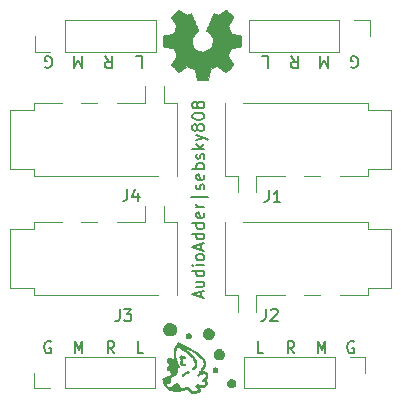
<source format=gbr>
%TF.GenerationSoftware,KiCad,Pcbnew,7.0.6*%
%TF.CreationDate,2023-11-27T13:38:28-05:00*%
%TF.ProjectId,AudioAdder,41756469-6f41-4646-9465-722e6b696361,2*%
%TF.SameCoordinates,Original*%
%TF.FileFunction,Legend,Top*%
%TF.FilePolarity,Positive*%
%FSLAX46Y46*%
G04 Gerber Fmt 4.6, Leading zero omitted, Abs format (unit mm)*
G04 Created by KiCad (PCBNEW 7.0.6) date 2023-11-27 13:38:28*
%MOMM*%
%LPD*%
G01*
G04 APERTURE LIST*
%ADD10C,0.150000*%
%ADD11C,0.010000*%
%ADD12C,0.120000*%
G04 APERTURE END LIST*
D10*
X165452588Y-113725438D02*
X165357350Y-113677819D01*
X165357350Y-113677819D02*
X165214493Y-113677819D01*
X165214493Y-113677819D02*
X165071636Y-113725438D01*
X165071636Y-113725438D02*
X164976398Y-113820676D01*
X164976398Y-113820676D02*
X164928779Y-113915914D01*
X164928779Y-113915914D02*
X164881160Y-114106390D01*
X164881160Y-114106390D02*
X164881160Y-114249247D01*
X164881160Y-114249247D02*
X164928779Y-114439723D01*
X164928779Y-114439723D02*
X164976398Y-114534961D01*
X164976398Y-114534961D02*
X165071636Y-114630200D01*
X165071636Y-114630200D02*
X165214493Y-114677819D01*
X165214493Y-114677819D02*
X165309731Y-114677819D01*
X165309731Y-114677819D02*
X165452588Y-114630200D01*
X165452588Y-114630200D02*
X165500207Y-114582580D01*
X165500207Y-114582580D02*
X165500207Y-114249247D01*
X165500207Y-114249247D02*
X165309731Y-114249247D01*
X141814779Y-114677819D02*
X141814779Y-113677819D01*
X141814779Y-113677819D02*
X142148112Y-114392104D01*
X142148112Y-114392104D02*
X142481445Y-113677819D01*
X142481445Y-113677819D02*
X142481445Y-114677819D01*
X147015030Y-89538180D02*
X147491220Y-89538180D01*
X147491220Y-89538180D02*
X147491220Y-90538180D01*
X157784969Y-114677819D02*
X157308779Y-114677819D01*
X157308779Y-114677819D02*
X157308779Y-113677819D01*
X139798588Y-113725438D02*
X139703350Y-113677819D01*
X139703350Y-113677819D02*
X139560493Y-113677819D01*
X139560493Y-113677819D02*
X139417636Y-113725438D01*
X139417636Y-113725438D02*
X139322398Y-113820676D01*
X139322398Y-113820676D02*
X139274779Y-113915914D01*
X139274779Y-113915914D02*
X139227160Y-114106390D01*
X139227160Y-114106390D02*
X139227160Y-114249247D01*
X139227160Y-114249247D02*
X139274779Y-114439723D01*
X139274779Y-114439723D02*
X139322398Y-114534961D01*
X139322398Y-114534961D02*
X139417636Y-114630200D01*
X139417636Y-114630200D02*
X139560493Y-114677819D01*
X139560493Y-114677819D02*
X139655731Y-114677819D01*
X139655731Y-114677819D02*
X139798588Y-114630200D01*
X139798588Y-114630200D02*
X139846207Y-114582580D01*
X139846207Y-114582580D02*
X139846207Y-114249247D01*
X139846207Y-114249247D02*
X139655731Y-114249247D01*
X144379792Y-89538180D02*
X144713125Y-90014371D01*
X144951220Y-89538180D02*
X144951220Y-90538180D01*
X144951220Y-90538180D02*
X144570268Y-90538180D01*
X144570268Y-90538180D02*
X144475030Y-90490561D01*
X144475030Y-90490561D02*
X144427411Y-90442942D01*
X144427411Y-90442942D02*
X144379792Y-90347704D01*
X144379792Y-90347704D02*
X144379792Y-90204847D01*
X144379792Y-90204847D02*
X144427411Y-90109609D01*
X144427411Y-90109609D02*
X144475030Y-90061990D01*
X144475030Y-90061990D02*
X144570268Y-90014371D01*
X144570268Y-90014371D02*
X144951220Y-90014371D01*
X157683030Y-89538180D02*
X158159220Y-89538180D01*
X158159220Y-89538180D02*
X158159220Y-90538180D01*
X139347411Y-90490561D02*
X139442649Y-90538180D01*
X139442649Y-90538180D02*
X139585506Y-90538180D01*
X139585506Y-90538180D02*
X139728363Y-90490561D01*
X139728363Y-90490561D02*
X139823601Y-90395323D01*
X139823601Y-90395323D02*
X139871220Y-90300085D01*
X139871220Y-90300085D02*
X139918839Y-90109609D01*
X139918839Y-90109609D02*
X139918839Y-89966752D01*
X139918839Y-89966752D02*
X139871220Y-89776276D01*
X139871220Y-89776276D02*
X139823601Y-89681038D01*
X139823601Y-89681038D02*
X139728363Y-89585800D01*
X139728363Y-89585800D02*
X139585506Y-89538180D01*
X139585506Y-89538180D02*
X139490268Y-89538180D01*
X139490268Y-89538180D02*
X139347411Y-89585800D01*
X139347411Y-89585800D02*
X139299792Y-89633419D01*
X139299792Y-89633419D02*
X139299792Y-89966752D01*
X139299792Y-89966752D02*
X139490268Y-89966752D01*
X152492104Y-109946839D02*
X152492104Y-109470649D01*
X152777819Y-110042077D02*
X151777819Y-109708744D01*
X151777819Y-109708744D02*
X152777819Y-109375411D01*
X152111152Y-108613506D02*
X152777819Y-108613506D01*
X152111152Y-109042077D02*
X152634961Y-109042077D01*
X152634961Y-109042077D02*
X152730200Y-108994458D01*
X152730200Y-108994458D02*
X152777819Y-108899220D01*
X152777819Y-108899220D02*
X152777819Y-108756363D01*
X152777819Y-108756363D02*
X152730200Y-108661125D01*
X152730200Y-108661125D02*
X152682580Y-108613506D01*
X152777819Y-107708744D02*
X151777819Y-107708744D01*
X152730200Y-107708744D02*
X152777819Y-107803982D01*
X152777819Y-107803982D02*
X152777819Y-107994458D01*
X152777819Y-107994458D02*
X152730200Y-108089696D01*
X152730200Y-108089696D02*
X152682580Y-108137315D01*
X152682580Y-108137315D02*
X152587342Y-108184934D01*
X152587342Y-108184934D02*
X152301628Y-108184934D01*
X152301628Y-108184934D02*
X152206390Y-108137315D01*
X152206390Y-108137315D02*
X152158771Y-108089696D01*
X152158771Y-108089696D02*
X152111152Y-107994458D01*
X152111152Y-107994458D02*
X152111152Y-107803982D01*
X152111152Y-107803982D02*
X152158771Y-107708744D01*
X152777819Y-107232553D02*
X152111152Y-107232553D01*
X151777819Y-107232553D02*
X151825438Y-107280172D01*
X151825438Y-107280172D02*
X151873057Y-107232553D01*
X151873057Y-107232553D02*
X151825438Y-107184934D01*
X151825438Y-107184934D02*
X151777819Y-107232553D01*
X151777819Y-107232553D02*
X151873057Y-107232553D01*
X152777819Y-106613506D02*
X152730200Y-106708744D01*
X152730200Y-106708744D02*
X152682580Y-106756363D01*
X152682580Y-106756363D02*
X152587342Y-106803982D01*
X152587342Y-106803982D02*
X152301628Y-106803982D01*
X152301628Y-106803982D02*
X152206390Y-106756363D01*
X152206390Y-106756363D02*
X152158771Y-106708744D01*
X152158771Y-106708744D02*
X152111152Y-106613506D01*
X152111152Y-106613506D02*
X152111152Y-106470649D01*
X152111152Y-106470649D02*
X152158771Y-106375411D01*
X152158771Y-106375411D02*
X152206390Y-106327792D01*
X152206390Y-106327792D02*
X152301628Y-106280173D01*
X152301628Y-106280173D02*
X152587342Y-106280173D01*
X152587342Y-106280173D02*
X152682580Y-106327792D01*
X152682580Y-106327792D02*
X152730200Y-106375411D01*
X152730200Y-106375411D02*
X152777819Y-106470649D01*
X152777819Y-106470649D02*
X152777819Y-106613506D01*
X152492104Y-105899220D02*
X152492104Y-105423030D01*
X152777819Y-105994458D02*
X151777819Y-105661125D01*
X151777819Y-105661125D02*
X152777819Y-105327792D01*
X152777819Y-104565887D02*
X151777819Y-104565887D01*
X152730200Y-104565887D02*
X152777819Y-104661125D01*
X152777819Y-104661125D02*
X152777819Y-104851601D01*
X152777819Y-104851601D02*
X152730200Y-104946839D01*
X152730200Y-104946839D02*
X152682580Y-104994458D01*
X152682580Y-104994458D02*
X152587342Y-105042077D01*
X152587342Y-105042077D02*
X152301628Y-105042077D01*
X152301628Y-105042077D02*
X152206390Y-104994458D01*
X152206390Y-104994458D02*
X152158771Y-104946839D01*
X152158771Y-104946839D02*
X152111152Y-104851601D01*
X152111152Y-104851601D02*
X152111152Y-104661125D01*
X152111152Y-104661125D02*
X152158771Y-104565887D01*
X152777819Y-103661125D02*
X151777819Y-103661125D01*
X152730200Y-103661125D02*
X152777819Y-103756363D01*
X152777819Y-103756363D02*
X152777819Y-103946839D01*
X152777819Y-103946839D02*
X152730200Y-104042077D01*
X152730200Y-104042077D02*
X152682580Y-104089696D01*
X152682580Y-104089696D02*
X152587342Y-104137315D01*
X152587342Y-104137315D02*
X152301628Y-104137315D01*
X152301628Y-104137315D02*
X152206390Y-104089696D01*
X152206390Y-104089696D02*
X152158771Y-104042077D01*
X152158771Y-104042077D02*
X152111152Y-103946839D01*
X152111152Y-103946839D02*
X152111152Y-103756363D01*
X152111152Y-103756363D02*
X152158771Y-103661125D01*
X152730200Y-102803982D02*
X152777819Y-102899220D01*
X152777819Y-102899220D02*
X152777819Y-103089696D01*
X152777819Y-103089696D02*
X152730200Y-103184934D01*
X152730200Y-103184934D02*
X152634961Y-103232553D01*
X152634961Y-103232553D02*
X152254009Y-103232553D01*
X152254009Y-103232553D02*
X152158771Y-103184934D01*
X152158771Y-103184934D02*
X152111152Y-103089696D01*
X152111152Y-103089696D02*
X152111152Y-102899220D01*
X152111152Y-102899220D02*
X152158771Y-102803982D01*
X152158771Y-102803982D02*
X152254009Y-102756363D01*
X152254009Y-102756363D02*
X152349247Y-102756363D01*
X152349247Y-102756363D02*
X152444485Y-103232553D01*
X152777819Y-102327791D02*
X152111152Y-102327791D01*
X152301628Y-102327791D02*
X152206390Y-102280172D01*
X152206390Y-102280172D02*
X152158771Y-102232553D01*
X152158771Y-102232553D02*
X152111152Y-102137315D01*
X152111152Y-102137315D02*
X152111152Y-102042077D01*
X153111152Y-101470648D02*
X151682580Y-101470648D01*
X152730200Y-100803981D02*
X152777819Y-100708743D01*
X152777819Y-100708743D02*
X152777819Y-100518267D01*
X152777819Y-100518267D02*
X152730200Y-100423029D01*
X152730200Y-100423029D02*
X152634961Y-100375410D01*
X152634961Y-100375410D02*
X152587342Y-100375410D01*
X152587342Y-100375410D02*
X152492104Y-100423029D01*
X152492104Y-100423029D02*
X152444485Y-100518267D01*
X152444485Y-100518267D02*
X152444485Y-100661124D01*
X152444485Y-100661124D02*
X152396866Y-100756362D01*
X152396866Y-100756362D02*
X152301628Y-100803981D01*
X152301628Y-100803981D02*
X152254009Y-100803981D01*
X152254009Y-100803981D02*
X152158771Y-100756362D01*
X152158771Y-100756362D02*
X152111152Y-100661124D01*
X152111152Y-100661124D02*
X152111152Y-100518267D01*
X152111152Y-100518267D02*
X152158771Y-100423029D01*
X152730200Y-99565886D02*
X152777819Y-99661124D01*
X152777819Y-99661124D02*
X152777819Y-99851600D01*
X152777819Y-99851600D02*
X152730200Y-99946838D01*
X152730200Y-99946838D02*
X152634961Y-99994457D01*
X152634961Y-99994457D02*
X152254009Y-99994457D01*
X152254009Y-99994457D02*
X152158771Y-99946838D01*
X152158771Y-99946838D02*
X152111152Y-99851600D01*
X152111152Y-99851600D02*
X152111152Y-99661124D01*
X152111152Y-99661124D02*
X152158771Y-99565886D01*
X152158771Y-99565886D02*
X152254009Y-99518267D01*
X152254009Y-99518267D02*
X152349247Y-99518267D01*
X152349247Y-99518267D02*
X152444485Y-99994457D01*
X152777819Y-99089695D02*
X151777819Y-99089695D01*
X152158771Y-99089695D02*
X152111152Y-98994457D01*
X152111152Y-98994457D02*
X152111152Y-98803981D01*
X152111152Y-98803981D02*
X152158771Y-98708743D01*
X152158771Y-98708743D02*
X152206390Y-98661124D01*
X152206390Y-98661124D02*
X152301628Y-98613505D01*
X152301628Y-98613505D02*
X152587342Y-98613505D01*
X152587342Y-98613505D02*
X152682580Y-98661124D01*
X152682580Y-98661124D02*
X152730200Y-98708743D01*
X152730200Y-98708743D02*
X152777819Y-98803981D01*
X152777819Y-98803981D02*
X152777819Y-98994457D01*
X152777819Y-98994457D02*
X152730200Y-99089695D01*
X152730200Y-98232552D02*
X152777819Y-98137314D01*
X152777819Y-98137314D02*
X152777819Y-97946838D01*
X152777819Y-97946838D02*
X152730200Y-97851600D01*
X152730200Y-97851600D02*
X152634961Y-97803981D01*
X152634961Y-97803981D02*
X152587342Y-97803981D01*
X152587342Y-97803981D02*
X152492104Y-97851600D01*
X152492104Y-97851600D02*
X152444485Y-97946838D01*
X152444485Y-97946838D02*
X152444485Y-98089695D01*
X152444485Y-98089695D02*
X152396866Y-98184933D01*
X152396866Y-98184933D02*
X152301628Y-98232552D01*
X152301628Y-98232552D02*
X152254009Y-98232552D01*
X152254009Y-98232552D02*
X152158771Y-98184933D01*
X152158771Y-98184933D02*
X152111152Y-98089695D01*
X152111152Y-98089695D02*
X152111152Y-97946838D01*
X152111152Y-97946838D02*
X152158771Y-97851600D01*
X152777819Y-97375409D02*
X151777819Y-97375409D01*
X152396866Y-97280171D02*
X152777819Y-96994457D01*
X152111152Y-96994457D02*
X152492104Y-97375409D01*
X152111152Y-96661123D02*
X152777819Y-96423028D01*
X152111152Y-96184933D02*
X152777819Y-96423028D01*
X152777819Y-96423028D02*
X153015914Y-96518266D01*
X153015914Y-96518266D02*
X153063533Y-96565885D01*
X153063533Y-96565885D02*
X153111152Y-96661123D01*
X152206390Y-95661123D02*
X152158771Y-95756361D01*
X152158771Y-95756361D02*
X152111152Y-95803980D01*
X152111152Y-95803980D02*
X152015914Y-95851599D01*
X152015914Y-95851599D02*
X151968295Y-95851599D01*
X151968295Y-95851599D02*
X151873057Y-95803980D01*
X151873057Y-95803980D02*
X151825438Y-95756361D01*
X151825438Y-95756361D02*
X151777819Y-95661123D01*
X151777819Y-95661123D02*
X151777819Y-95470647D01*
X151777819Y-95470647D02*
X151825438Y-95375409D01*
X151825438Y-95375409D02*
X151873057Y-95327790D01*
X151873057Y-95327790D02*
X151968295Y-95280171D01*
X151968295Y-95280171D02*
X152015914Y-95280171D01*
X152015914Y-95280171D02*
X152111152Y-95327790D01*
X152111152Y-95327790D02*
X152158771Y-95375409D01*
X152158771Y-95375409D02*
X152206390Y-95470647D01*
X152206390Y-95470647D02*
X152206390Y-95661123D01*
X152206390Y-95661123D02*
X152254009Y-95756361D01*
X152254009Y-95756361D02*
X152301628Y-95803980D01*
X152301628Y-95803980D02*
X152396866Y-95851599D01*
X152396866Y-95851599D02*
X152587342Y-95851599D01*
X152587342Y-95851599D02*
X152682580Y-95803980D01*
X152682580Y-95803980D02*
X152730200Y-95756361D01*
X152730200Y-95756361D02*
X152777819Y-95661123D01*
X152777819Y-95661123D02*
X152777819Y-95470647D01*
X152777819Y-95470647D02*
X152730200Y-95375409D01*
X152730200Y-95375409D02*
X152682580Y-95327790D01*
X152682580Y-95327790D02*
X152587342Y-95280171D01*
X152587342Y-95280171D02*
X152396866Y-95280171D01*
X152396866Y-95280171D02*
X152301628Y-95327790D01*
X152301628Y-95327790D02*
X152254009Y-95375409D01*
X152254009Y-95375409D02*
X152206390Y-95470647D01*
X151777819Y-94661123D02*
X151777819Y-94565885D01*
X151777819Y-94565885D02*
X151825438Y-94470647D01*
X151825438Y-94470647D02*
X151873057Y-94423028D01*
X151873057Y-94423028D02*
X151968295Y-94375409D01*
X151968295Y-94375409D02*
X152158771Y-94327790D01*
X152158771Y-94327790D02*
X152396866Y-94327790D01*
X152396866Y-94327790D02*
X152587342Y-94375409D01*
X152587342Y-94375409D02*
X152682580Y-94423028D01*
X152682580Y-94423028D02*
X152730200Y-94470647D01*
X152730200Y-94470647D02*
X152777819Y-94565885D01*
X152777819Y-94565885D02*
X152777819Y-94661123D01*
X152777819Y-94661123D02*
X152730200Y-94756361D01*
X152730200Y-94756361D02*
X152682580Y-94803980D01*
X152682580Y-94803980D02*
X152587342Y-94851599D01*
X152587342Y-94851599D02*
X152396866Y-94899218D01*
X152396866Y-94899218D02*
X152158771Y-94899218D01*
X152158771Y-94899218D02*
X151968295Y-94851599D01*
X151968295Y-94851599D02*
X151873057Y-94803980D01*
X151873057Y-94803980D02*
X151825438Y-94756361D01*
X151825438Y-94756361D02*
X151777819Y-94661123D01*
X152206390Y-93756361D02*
X152158771Y-93851599D01*
X152158771Y-93851599D02*
X152111152Y-93899218D01*
X152111152Y-93899218D02*
X152015914Y-93946837D01*
X152015914Y-93946837D02*
X151968295Y-93946837D01*
X151968295Y-93946837D02*
X151873057Y-93899218D01*
X151873057Y-93899218D02*
X151825438Y-93851599D01*
X151825438Y-93851599D02*
X151777819Y-93756361D01*
X151777819Y-93756361D02*
X151777819Y-93565885D01*
X151777819Y-93565885D02*
X151825438Y-93470647D01*
X151825438Y-93470647D02*
X151873057Y-93423028D01*
X151873057Y-93423028D02*
X151968295Y-93375409D01*
X151968295Y-93375409D02*
X152015914Y-93375409D01*
X152015914Y-93375409D02*
X152111152Y-93423028D01*
X152111152Y-93423028D02*
X152158771Y-93470647D01*
X152158771Y-93470647D02*
X152206390Y-93565885D01*
X152206390Y-93565885D02*
X152206390Y-93756361D01*
X152206390Y-93756361D02*
X152254009Y-93851599D01*
X152254009Y-93851599D02*
X152301628Y-93899218D01*
X152301628Y-93899218D02*
X152396866Y-93946837D01*
X152396866Y-93946837D02*
X152587342Y-93946837D01*
X152587342Y-93946837D02*
X152682580Y-93899218D01*
X152682580Y-93899218D02*
X152730200Y-93851599D01*
X152730200Y-93851599D02*
X152777819Y-93756361D01*
X152777819Y-93756361D02*
X152777819Y-93565885D01*
X152777819Y-93565885D02*
X152730200Y-93470647D01*
X152730200Y-93470647D02*
X152682580Y-93423028D01*
X152682580Y-93423028D02*
X152587342Y-93375409D01*
X152587342Y-93375409D02*
X152396866Y-93375409D01*
X152396866Y-93375409D02*
X152301628Y-93423028D01*
X152301628Y-93423028D02*
X152254009Y-93470647D01*
X152254009Y-93470647D02*
X152206390Y-93565885D01*
X160420207Y-114677819D02*
X160086874Y-114201628D01*
X159848779Y-114677819D02*
X159848779Y-113677819D01*
X159848779Y-113677819D02*
X160229731Y-113677819D01*
X160229731Y-113677819D02*
X160324969Y-113725438D01*
X160324969Y-113725438D02*
X160372588Y-113773057D01*
X160372588Y-113773057D02*
X160420207Y-113868295D01*
X160420207Y-113868295D02*
X160420207Y-114011152D01*
X160420207Y-114011152D02*
X160372588Y-114106390D01*
X160372588Y-114106390D02*
X160324969Y-114154009D01*
X160324969Y-114154009D02*
X160229731Y-114201628D01*
X160229731Y-114201628D02*
X159848779Y-114201628D01*
X162388779Y-114677819D02*
X162388779Y-113677819D01*
X162388779Y-113677819D02*
X162722112Y-114392104D01*
X162722112Y-114392104D02*
X163055445Y-113677819D01*
X163055445Y-113677819D02*
X163055445Y-114677819D01*
X160127792Y-89538180D02*
X160461125Y-90014371D01*
X160699220Y-89538180D02*
X160699220Y-90538180D01*
X160699220Y-90538180D02*
X160318268Y-90538180D01*
X160318268Y-90538180D02*
X160223030Y-90490561D01*
X160223030Y-90490561D02*
X160175411Y-90442942D01*
X160175411Y-90442942D02*
X160127792Y-90347704D01*
X160127792Y-90347704D02*
X160127792Y-90204847D01*
X160127792Y-90204847D02*
X160175411Y-90109609D01*
X160175411Y-90109609D02*
X160223030Y-90061990D01*
X160223030Y-90061990D02*
X160318268Y-90014371D01*
X160318268Y-90014371D02*
X160699220Y-90014371D01*
X145180207Y-114677819D02*
X144846874Y-114201628D01*
X144608779Y-114677819D02*
X144608779Y-113677819D01*
X144608779Y-113677819D02*
X144989731Y-113677819D01*
X144989731Y-113677819D02*
X145084969Y-113725438D01*
X145084969Y-113725438D02*
X145132588Y-113773057D01*
X145132588Y-113773057D02*
X145180207Y-113868295D01*
X145180207Y-113868295D02*
X145180207Y-114011152D01*
X145180207Y-114011152D02*
X145132588Y-114106390D01*
X145132588Y-114106390D02*
X145084969Y-114154009D01*
X145084969Y-114154009D02*
X144989731Y-114201628D01*
X144989731Y-114201628D02*
X144608779Y-114201628D01*
X165255411Y-90490561D02*
X165350649Y-90538180D01*
X165350649Y-90538180D02*
X165493506Y-90538180D01*
X165493506Y-90538180D02*
X165636363Y-90490561D01*
X165636363Y-90490561D02*
X165731601Y-90395323D01*
X165731601Y-90395323D02*
X165779220Y-90300085D01*
X165779220Y-90300085D02*
X165826839Y-90109609D01*
X165826839Y-90109609D02*
X165826839Y-89966752D01*
X165826839Y-89966752D02*
X165779220Y-89776276D01*
X165779220Y-89776276D02*
X165731601Y-89681038D01*
X165731601Y-89681038D02*
X165636363Y-89585800D01*
X165636363Y-89585800D02*
X165493506Y-89538180D01*
X165493506Y-89538180D02*
X165398268Y-89538180D01*
X165398268Y-89538180D02*
X165255411Y-89585800D01*
X165255411Y-89585800D02*
X165207792Y-89633419D01*
X165207792Y-89633419D02*
X165207792Y-89966752D01*
X165207792Y-89966752D02*
X165398268Y-89966752D01*
X147624969Y-114677819D02*
X147148779Y-114677819D01*
X147148779Y-114677819D02*
X147148779Y-113677819D01*
X163239220Y-89538180D02*
X163239220Y-90538180D01*
X163239220Y-90538180D02*
X162905887Y-89823895D01*
X162905887Y-89823895D02*
X162572554Y-90538180D01*
X162572554Y-90538180D02*
X162572554Y-89538180D01*
X142411220Y-89538180D02*
X142411220Y-90538180D01*
X142411220Y-90538180D02*
X142077887Y-89823895D01*
X142077887Y-89823895D02*
X141744554Y-90538180D01*
X141744554Y-90538180D02*
X141744554Y-89538180D01*
X158016666Y-110924819D02*
X158016666Y-111639104D01*
X158016666Y-111639104D02*
X157969047Y-111781961D01*
X157969047Y-111781961D02*
X157873809Y-111877200D01*
X157873809Y-111877200D02*
X157730952Y-111924819D01*
X157730952Y-111924819D02*
X157635714Y-111924819D01*
X158445238Y-111020057D02*
X158492857Y-110972438D01*
X158492857Y-110972438D02*
X158588095Y-110924819D01*
X158588095Y-110924819D02*
X158826190Y-110924819D01*
X158826190Y-110924819D02*
X158921428Y-110972438D01*
X158921428Y-110972438D02*
X158969047Y-111020057D01*
X158969047Y-111020057D02*
X159016666Y-111115295D01*
X159016666Y-111115295D02*
X159016666Y-111210533D01*
X159016666Y-111210533D02*
X158969047Y-111353390D01*
X158969047Y-111353390D02*
X158397619Y-111924819D01*
X158397619Y-111924819D02*
X159016666Y-111924819D01*
X158236666Y-100884819D02*
X158236666Y-101599104D01*
X158236666Y-101599104D02*
X158189047Y-101741961D01*
X158189047Y-101741961D02*
X158093809Y-101837200D01*
X158093809Y-101837200D02*
X157950952Y-101884819D01*
X157950952Y-101884819D02*
X157855714Y-101884819D01*
X159236666Y-101884819D02*
X158665238Y-101884819D01*
X158950952Y-101884819D02*
X158950952Y-100884819D01*
X158950952Y-100884819D02*
X158855714Y-101027676D01*
X158855714Y-101027676D02*
X158760476Y-101122914D01*
X158760476Y-101122914D02*
X158665238Y-101170533D01*
X145626666Y-110974819D02*
X145626666Y-111689104D01*
X145626666Y-111689104D02*
X145579047Y-111831961D01*
X145579047Y-111831961D02*
X145483809Y-111927200D01*
X145483809Y-111927200D02*
X145340952Y-111974819D01*
X145340952Y-111974819D02*
X145245714Y-111974819D01*
X146007619Y-110974819D02*
X146626666Y-110974819D01*
X146626666Y-110974819D02*
X146293333Y-111355771D01*
X146293333Y-111355771D02*
X146436190Y-111355771D01*
X146436190Y-111355771D02*
X146531428Y-111403390D01*
X146531428Y-111403390D02*
X146579047Y-111451009D01*
X146579047Y-111451009D02*
X146626666Y-111546247D01*
X146626666Y-111546247D02*
X146626666Y-111784342D01*
X146626666Y-111784342D02*
X146579047Y-111879580D01*
X146579047Y-111879580D02*
X146531428Y-111927200D01*
X146531428Y-111927200D02*
X146436190Y-111974819D01*
X146436190Y-111974819D02*
X146150476Y-111974819D01*
X146150476Y-111974819D02*
X146055238Y-111927200D01*
X146055238Y-111927200D02*
X146007619Y-111879580D01*
X146286666Y-100794819D02*
X146286666Y-101509104D01*
X146286666Y-101509104D02*
X146239047Y-101651961D01*
X146239047Y-101651961D02*
X146143809Y-101747200D01*
X146143809Y-101747200D02*
X146000952Y-101794819D01*
X146000952Y-101794819D02*
X145905714Y-101794819D01*
X147191428Y-101128152D02*
X147191428Y-101794819D01*
X146953333Y-100747200D02*
X146715238Y-101461485D01*
X146715238Y-101461485D02*
X147334285Y-101461485D01*
%TO.C,REF\u002A\u002A*%
D11*
X150644357Y-85622088D02*
X150689200Y-85648980D01*
X150749679Y-85688264D01*
X150796211Y-85719883D01*
X150880525Y-85777902D01*
X150980374Y-85846216D01*
X151080527Y-85914421D01*
X151134373Y-85950925D01*
X151316629Y-86074200D01*
X151469619Y-85991480D01*
X151539318Y-85955241D01*
X151598586Y-85927074D01*
X151638689Y-85911009D01*
X151648897Y-85908774D01*
X151661171Y-85925278D01*
X151685387Y-85971918D01*
X151719737Y-86044391D01*
X151762412Y-86138394D01*
X151811606Y-86249626D01*
X151865510Y-86373785D01*
X151922316Y-86506568D01*
X151980218Y-86643673D01*
X152037407Y-86780798D01*
X152092076Y-86913642D01*
X152142416Y-87037902D01*
X152186620Y-87149275D01*
X152222881Y-87243461D01*
X152249391Y-87316156D01*
X152264342Y-87363059D01*
X152266746Y-87379167D01*
X152247689Y-87399714D01*
X152205964Y-87433067D01*
X152150294Y-87472298D01*
X152145622Y-87475401D01*
X152001736Y-87590577D01*
X151885717Y-87724947D01*
X151798570Y-87874216D01*
X151741301Y-88034087D01*
X151714914Y-88200263D01*
X151720415Y-88368448D01*
X151758810Y-88534345D01*
X151831105Y-88693658D01*
X151852374Y-88728513D01*
X151963004Y-88869263D01*
X152093698Y-88982286D01*
X152239936Y-89066997D01*
X152397192Y-89122806D01*
X152560943Y-89149126D01*
X152726667Y-89145370D01*
X152889838Y-89110950D01*
X153045935Y-89045277D01*
X153190433Y-88947765D01*
X153235131Y-88908187D01*
X153348888Y-88784297D01*
X153431782Y-88653876D01*
X153488644Y-88507685D01*
X153520313Y-88362912D01*
X153528131Y-88200140D01*
X153502062Y-88036560D01*
X153444755Y-87877702D01*
X153358856Y-87729094D01*
X153247014Y-87596265D01*
X153111877Y-87484744D01*
X153094117Y-87472989D01*
X153037850Y-87434492D01*
X152995077Y-87401137D01*
X152974628Y-87379840D01*
X152974331Y-87379167D01*
X152978721Y-87356129D01*
X152996124Y-87303843D01*
X153024732Y-87226610D01*
X153062735Y-87128732D01*
X153108326Y-87014509D01*
X153159697Y-86888242D01*
X153215038Y-86754233D01*
X153272542Y-86616782D01*
X153330399Y-86480192D01*
X153386802Y-86348763D01*
X153439942Y-86226795D01*
X153488010Y-86118591D01*
X153529199Y-86028451D01*
X153561699Y-85960677D01*
X153583703Y-85919570D01*
X153592564Y-85908774D01*
X153619640Y-85917181D01*
X153670303Y-85939728D01*
X153735817Y-85972387D01*
X153771841Y-85991480D01*
X153924832Y-86074200D01*
X154107088Y-85950925D01*
X154200125Y-85887772D01*
X154301985Y-85818273D01*
X154397438Y-85752835D01*
X154445250Y-85719883D01*
X154512495Y-85674727D01*
X154569436Y-85638943D01*
X154608646Y-85617062D01*
X154621381Y-85612437D01*
X154639917Y-85624915D01*
X154680941Y-85659748D01*
X154740475Y-85713322D01*
X154814542Y-85782017D01*
X154899165Y-85862219D01*
X154952685Y-85913714D01*
X155046319Y-86005714D01*
X155127241Y-86088001D01*
X155192177Y-86157055D01*
X155237858Y-86209356D01*
X155261011Y-86241384D01*
X155263232Y-86247884D01*
X155252924Y-86272606D01*
X155224439Y-86322595D01*
X155180937Y-86392788D01*
X155125577Y-86478125D01*
X155061520Y-86573544D01*
X155043303Y-86600146D01*
X154976927Y-86696833D01*
X154917378Y-86783883D01*
X154867984Y-86856405D01*
X154832075Y-86909507D01*
X154812981Y-86938297D01*
X154811136Y-86941274D01*
X154813895Y-86964218D01*
X154828538Y-87014664D01*
X154852513Y-87085959D01*
X154883266Y-87171453D01*
X154918244Y-87264493D01*
X154954893Y-87358426D01*
X154990661Y-87446601D01*
X155022994Y-87522366D01*
X155049338Y-87579069D01*
X155067142Y-87610057D01*
X155068407Y-87611543D01*
X155079294Y-87620399D01*
X155097682Y-87629157D01*
X155127606Y-87638723D01*
X155173103Y-87650004D01*
X155238209Y-87663907D01*
X155326961Y-87681337D01*
X155443393Y-87703202D01*
X155591542Y-87730409D01*
X155623618Y-87736259D01*
X155718686Y-87754626D01*
X155801565Y-87772595D01*
X155864930Y-87788431D01*
X155901458Y-87800400D01*
X155906356Y-87803190D01*
X155914427Y-87827928D01*
X155920987Y-87883210D01*
X155926033Y-87962611D01*
X155929559Y-88059704D01*
X155931561Y-88168062D01*
X155932036Y-88281260D01*
X155930977Y-88392872D01*
X155928382Y-88496471D01*
X155924246Y-88585632D01*
X155918563Y-88653928D01*
X155911331Y-88694934D01*
X155906971Y-88703326D01*
X155882698Y-88711792D01*
X155827426Y-88725565D01*
X155746662Y-88743450D01*
X155645912Y-88764252D01*
X155530683Y-88786777D01*
X155467902Y-88798582D01*
X155348787Y-88820849D01*
X155242565Y-88841021D01*
X155154427Y-88858085D01*
X155089566Y-88871031D01*
X155053174Y-88878845D01*
X155047184Y-88880578D01*
X155037061Y-88900110D01*
X155015662Y-88947157D01*
X154985839Y-89014997D01*
X154950445Y-89096909D01*
X154912332Y-89186172D01*
X154874353Y-89276065D01*
X154839360Y-89359865D01*
X154810206Y-89430853D01*
X154789743Y-89482306D01*
X154780823Y-89507503D01*
X154780657Y-89508604D01*
X154790769Y-89528481D01*
X154819117Y-89574223D01*
X154862723Y-89641283D01*
X154918606Y-89725116D01*
X154983787Y-89821174D01*
X155021679Y-89876350D01*
X155090725Y-89977519D01*
X155152050Y-90069370D01*
X155202663Y-90147256D01*
X155239571Y-90206531D01*
X155259782Y-90242549D01*
X155262701Y-90250623D01*
X155250153Y-90269416D01*
X155215463Y-90309543D01*
X155163063Y-90366507D01*
X155097384Y-90435815D01*
X155022856Y-90512969D01*
X154943913Y-90593475D01*
X154864983Y-90672837D01*
X154790500Y-90746560D01*
X154724894Y-90810148D01*
X154672596Y-90859106D01*
X154638039Y-90888939D01*
X154626478Y-90896058D01*
X154607654Y-90886047D01*
X154562631Y-90857922D01*
X154495787Y-90814546D01*
X154411499Y-90758782D01*
X154314144Y-90693494D01*
X154240707Y-90643754D01*
X153869667Y-90391449D01*
X153251095Y-90646445D01*
X153167275Y-91091069D01*
X153083454Y-91535693D01*
X152158006Y-91535693D01*
X152074186Y-91091069D01*
X151990365Y-90646445D01*
X151681080Y-90518947D01*
X151371794Y-90391449D01*
X151000754Y-90643754D01*
X150896843Y-90714004D01*
X150802913Y-90776728D01*
X150723348Y-90829062D01*
X150662530Y-90868143D01*
X150624843Y-90891107D01*
X150614579Y-90896058D01*
X150596090Y-90883324D01*
X150556580Y-90848118D01*
X150500478Y-90794938D01*
X150432213Y-90728282D01*
X150356214Y-90652646D01*
X150276908Y-90572528D01*
X150198725Y-90492426D01*
X150126093Y-90416836D01*
X150063441Y-90350255D01*
X150015197Y-90297182D01*
X149985790Y-90262113D01*
X149978759Y-90250377D01*
X149988877Y-90228740D01*
X150017241Y-90181338D01*
X150060871Y-90112807D01*
X150116782Y-90027785D01*
X150181994Y-89930907D01*
X150219781Y-89875650D01*
X150288657Y-89774752D01*
X150349860Y-89683701D01*
X150400422Y-89607030D01*
X150437372Y-89549272D01*
X150457742Y-89514957D01*
X150460803Y-89507746D01*
X150453864Y-89487252D01*
X150434949Y-89439487D01*
X150406913Y-89371168D01*
X150372609Y-89289011D01*
X150334891Y-89199730D01*
X150296613Y-89110042D01*
X150260630Y-89026662D01*
X150229794Y-88956306D01*
X150206961Y-88905690D01*
X150194983Y-88881529D01*
X150194276Y-88880578D01*
X150175469Y-88875964D01*
X150125382Y-88865672D01*
X150049207Y-88850713D01*
X149952135Y-88832099D01*
X149839357Y-88810841D01*
X149773558Y-88798582D01*
X149653050Y-88775638D01*
X149544203Y-88753805D01*
X149452524Y-88734278D01*
X149383519Y-88718252D01*
X149342696Y-88706921D01*
X149334489Y-88703326D01*
X149326452Y-88678994D01*
X149319967Y-88624041D01*
X149315030Y-88544892D01*
X149311636Y-88447974D01*
X149309782Y-88339713D01*
X149309462Y-88226535D01*
X149310673Y-88114865D01*
X149313410Y-88011132D01*
X149317669Y-87921759D01*
X149323445Y-87853174D01*
X149330733Y-87811803D01*
X149335105Y-87803190D01*
X149361236Y-87792867D01*
X149416607Y-87778108D01*
X149493893Y-87760648D01*
X149585770Y-87742220D01*
X149617842Y-87736259D01*
X149772476Y-87707934D01*
X149894625Y-87685124D01*
X149988327Y-87666920D01*
X150057616Y-87652417D01*
X150106529Y-87640708D01*
X150139103Y-87630885D01*
X150159372Y-87622044D01*
X150171374Y-87613276D01*
X150173053Y-87611543D01*
X150189816Y-87583629D01*
X150215386Y-87529305D01*
X150247212Y-87455223D01*
X150282740Y-87368035D01*
X150319417Y-87274392D01*
X150354689Y-87180948D01*
X150386004Y-87094353D01*
X150410807Y-87021260D01*
X150426546Y-86968322D01*
X150430668Y-86942189D01*
X150430324Y-86941274D01*
X150416359Y-86919914D01*
X150384678Y-86872916D01*
X150338609Y-86805173D01*
X150281482Y-86721577D01*
X150216627Y-86627018D01*
X150198157Y-86600146D01*
X150132301Y-86502725D01*
X150074350Y-86413837D01*
X150027462Y-86338588D01*
X149994793Y-86282080D01*
X149979500Y-86249419D01*
X149978759Y-86245407D01*
X149991608Y-86224316D01*
X150027112Y-86182536D01*
X150080707Y-86124555D01*
X150147829Y-86054865D01*
X150223913Y-85977955D01*
X150304396Y-85898317D01*
X150384713Y-85820439D01*
X150460301Y-85748814D01*
X150526595Y-85687930D01*
X150579031Y-85642279D01*
X150613045Y-85616350D01*
X150622455Y-85612117D01*
X150644357Y-85622088D01*
G36*
X150644357Y-85622088D02*
G01*
X150689200Y-85648980D01*
X150749679Y-85688264D01*
X150796211Y-85719883D01*
X150880525Y-85777902D01*
X150980374Y-85846216D01*
X151080527Y-85914421D01*
X151134373Y-85950925D01*
X151316629Y-86074200D01*
X151469619Y-85991480D01*
X151539318Y-85955241D01*
X151598586Y-85927074D01*
X151638689Y-85911009D01*
X151648897Y-85908774D01*
X151661171Y-85925278D01*
X151685387Y-85971918D01*
X151719737Y-86044391D01*
X151762412Y-86138394D01*
X151811606Y-86249626D01*
X151865510Y-86373785D01*
X151922316Y-86506568D01*
X151980218Y-86643673D01*
X152037407Y-86780798D01*
X152092076Y-86913642D01*
X152142416Y-87037902D01*
X152186620Y-87149275D01*
X152222881Y-87243461D01*
X152249391Y-87316156D01*
X152264342Y-87363059D01*
X152266746Y-87379167D01*
X152247689Y-87399714D01*
X152205964Y-87433067D01*
X152150294Y-87472298D01*
X152145622Y-87475401D01*
X152001736Y-87590577D01*
X151885717Y-87724947D01*
X151798570Y-87874216D01*
X151741301Y-88034087D01*
X151714914Y-88200263D01*
X151720415Y-88368448D01*
X151758810Y-88534345D01*
X151831105Y-88693658D01*
X151852374Y-88728513D01*
X151963004Y-88869263D01*
X152093698Y-88982286D01*
X152239936Y-89066997D01*
X152397192Y-89122806D01*
X152560943Y-89149126D01*
X152726667Y-89145370D01*
X152889838Y-89110950D01*
X153045935Y-89045277D01*
X153190433Y-88947765D01*
X153235131Y-88908187D01*
X153348888Y-88784297D01*
X153431782Y-88653876D01*
X153488644Y-88507685D01*
X153520313Y-88362912D01*
X153528131Y-88200140D01*
X153502062Y-88036560D01*
X153444755Y-87877702D01*
X153358856Y-87729094D01*
X153247014Y-87596265D01*
X153111877Y-87484744D01*
X153094117Y-87472989D01*
X153037850Y-87434492D01*
X152995077Y-87401137D01*
X152974628Y-87379840D01*
X152974331Y-87379167D01*
X152978721Y-87356129D01*
X152996124Y-87303843D01*
X153024732Y-87226610D01*
X153062735Y-87128732D01*
X153108326Y-87014509D01*
X153159697Y-86888242D01*
X153215038Y-86754233D01*
X153272542Y-86616782D01*
X153330399Y-86480192D01*
X153386802Y-86348763D01*
X153439942Y-86226795D01*
X153488010Y-86118591D01*
X153529199Y-86028451D01*
X153561699Y-85960677D01*
X153583703Y-85919570D01*
X153592564Y-85908774D01*
X153619640Y-85917181D01*
X153670303Y-85939728D01*
X153735817Y-85972387D01*
X153771841Y-85991480D01*
X153924832Y-86074200D01*
X154107088Y-85950925D01*
X154200125Y-85887772D01*
X154301985Y-85818273D01*
X154397438Y-85752835D01*
X154445250Y-85719883D01*
X154512495Y-85674727D01*
X154569436Y-85638943D01*
X154608646Y-85617062D01*
X154621381Y-85612437D01*
X154639917Y-85624915D01*
X154680941Y-85659748D01*
X154740475Y-85713322D01*
X154814542Y-85782017D01*
X154899165Y-85862219D01*
X154952685Y-85913714D01*
X155046319Y-86005714D01*
X155127241Y-86088001D01*
X155192177Y-86157055D01*
X155237858Y-86209356D01*
X155261011Y-86241384D01*
X155263232Y-86247884D01*
X155252924Y-86272606D01*
X155224439Y-86322595D01*
X155180937Y-86392788D01*
X155125577Y-86478125D01*
X155061520Y-86573544D01*
X155043303Y-86600146D01*
X154976927Y-86696833D01*
X154917378Y-86783883D01*
X154867984Y-86856405D01*
X154832075Y-86909507D01*
X154812981Y-86938297D01*
X154811136Y-86941274D01*
X154813895Y-86964218D01*
X154828538Y-87014664D01*
X154852513Y-87085959D01*
X154883266Y-87171453D01*
X154918244Y-87264493D01*
X154954893Y-87358426D01*
X154990661Y-87446601D01*
X155022994Y-87522366D01*
X155049338Y-87579069D01*
X155067142Y-87610057D01*
X155068407Y-87611543D01*
X155079294Y-87620399D01*
X155097682Y-87629157D01*
X155127606Y-87638723D01*
X155173103Y-87650004D01*
X155238209Y-87663907D01*
X155326961Y-87681337D01*
X155443393Y-87703202D01*
X155591542Y-87730409D01*
X155623618Y-87736259D01*
X155718686Y-87754626D01*
X155801565Y-87772595D01*
X155864930Y-87788431D01*
X155901458Y-87800400D01*
X155906356Y-87803190D01*
X155914427Y-87827928D01*
X155920987Y-87883210D01*
X155926033Y-87962611D01*
X155929559Y-88059704D01*
X155931561Y-88168062D01*
X155932036Y-88281260D01*
X155930977Y-88392872D01*
X155928382Y-88496471D01*
X155924246Y-88585632D01*
X155918563Y-88653928D01*
X155911331Y-88694934D01*
X155906971Y-88703326D01*
X155882698Y-88711792D01*
X155827426Y-88725565D01*
X155746662Y-88743450D01*
X155645912Y-88764252D01*
X155530683Y-88786777D01*
X155467902Y-88798582D01*
X155348787Y-88820849D01*
X155242565Y-88841021D01*
X155154427Y-88858085D01*
X155089566Y-88871031D01*
X155053174Y-88878845D01*
X155047184Y-88880578D01*
X155037061Y-88900110D01*
X155015662Y-88947157D01*
X154985839Y-89014997D01*
X154950445Y-89096909D01*
X154912332Y-89186172D01*
X154874353Y-89276065D01*
X154839360Y-89359865D01*
X154810206Y-89430853D01*
X154789743Y-89482306D01*
X154780823Y-89507503D01*
X154780657Y-89508604D01*
X154790769Y-89528481D01*
X154819117Y-89574223D01*
X154862723Y-89641283D01*
X154918606Y-89725116D01*
X154983787Y-89821174D01*
X155021679Y-89876350D01*
X155090725Y-89977519D01*
X155152050Y-90069370D01*
X155202663Y-90147256D01*
X155239571Y-90206531D01*
X155259782Y-90242549D01*
X155262701Y-90250623D01*
X155250153Y-90269416D01*
X155215463Y-90309543D01*
X155163063Y-90366507D01*
X155097384Y-90435815D01*
X155022856Y-90512969D01*
X154943913Y-90593475D01*
X154864983Y-90672837D01*
X154790500Y-90746560D01*
X154724894Y-90810148D01*
X154672596Y-90859106D01*
X154638039Y-90888939D01*
X154626478Y-90896058D01*
X154607654Y-90886047D01*
X154562631Y-90857922D01*
X154495787Y-90814546D01*
X154411499Y-90758782D01*
X154314144Y-90693494D01*
X154240707Y-90643754D01*
X153869667Y-90391449D01*
X153251095Y-90646445D01*
X153167275Y-91091069D01*
X153083454Y-91535693D01*
X152158006Y-91535693D01*
X152074186Y-91091069D01*
X151990365Y-90646445D01*
X151681080Y-90518947D01*
X151371794Y-90391449D01*
X151000754Y-90643754D01*
X150896843Y-90714004D01*
X150802913Y-90776728D01*
X150723348Y-90829062D01*
X150662530Y-90868143D01*
X150624843Y-90891107D01*
X150614579Y-90896058D01*
X150596090Y-90883324D01*
X150556580Y-90848118D01*
X150500478Y-90794938D01*
X150432213Y-90728282D01*
X150356214Y-90652646D01*
X150276908Y-90572528D01*
X150198725Y-90492426D01*
X150126093Y-90416836D01*
X150063441Y-90350255D01*
X150015197Y-90297182D01*
X149985790Y-90262113D01*
X149978759Y-90250377D01*
X149988877Y-90228740D01*
X150017241Y-90181338D01*
X150060871Y-90112807D01*
X150116782Y-90027785D01*
X150181994Y-89930907D01*
X150219781Y-89875650D01*
X150288657Y-89774752D01*
X150349860Y-89683701D01*
X150400422Y-89607030D01*
X150437372Y-89549272D01*
X150457742Y-89514957D01*
X150460803Y-89507746D01*
X150453864Y-89487252D01*
X150434949Y-89439487D01*
X150406913Y-89371168D01*
X150372609Y-89289011D01*
X150334891Y-89199730D01*
X150296613Y-89110042D01*
X150260630Y-89026662D01*
X150229794Y-88956306D01*
X150206961Y-88905690D01*
X150194983Y-88881529D01*
X150194276Y-88880578D01*
X150175469Y-88875964D01*
X150125382Y-88865672D01*
X150049207Y-88850713D01*
X149952135Y-88832099D01*
X149839357Y-88810841D01*
X149773558Y-88798582D01*
X149653050Y-88775638D01*
X149544203Y-88753805D01*
X149452524Y-88734278D01*
X149383519Y-88718252D01*
X149342696Y-88706921D01*
X149334489Y-88703326D01*
X149326452Y-88678994D01*
X149319967Y-88624041D01*
X149315030Y-88544892D01*
X149311636Y-88447974D01*
X149309782Y-88339713D01*
X149309462Y-88226535D01*
X149310673Y-88114865D01*
X149313410Y-88011132D01*
X149317669Y-87921759D01*
X149323445Y-87853174D01*
X149330733Y-87811803D01*
X149335105Y-87803190D01*
X149361236Y-87792867D01*
X149416607Y-87778108D01*
X149493893Y-87760648D01*
X149585770Y-87742220D01*
X149617842Y-87736259D01*
X149772476Y-87707934D01*
X149894625Y-87685124D01*
X149988327Y-87666920D01*
X150057616Y-87652417D01*
X150106529Y-87640708D01*
X150139103Y-87630885D01*
X150159372Y-87622044D01*
X150171374Y-87613276D01*
X150173053Y-87611543D01*
X150189816Y-87583629D01*
X150215386Y-87529305D01*
X150247212Y-87455223D01*
X150282740Y-87368035D01*
X150319417Y-87274392D01*
X150354689Y-87180948D01*
X150386004Y-87094353D01*
X150410807Y-87021260D01*
X150426546Y-86968322D01*
X150430668Y-86942189D01*
X150430324Y-86941274D01*
X150416359Y-86919914D01*
X150384678Y-86872916D01*
X150338609Y-86805173D01*
X150281482Y-86721577D01*
X150216627Y-86627018D01*
X150198157Y-86600146D01*
X150132301Y-86502725D01*
X150074350Y-86413837D01*
X150027462Y-86338588D01*
X149994793Y-86282080D01*
X149979500Y-86249419D01*
X149978759Y-86245407D01*
X149991608Y-86224316D01*
X150027112Y-86182536D01*
X150080707Y-86124555D01*
X150147829Y-86054865D01*
X150223913Y-85977955D01*
X150304396Y-85898317D01*
X150384713Y-85820439D01*
X150460301Y-85748814D01*
X150526595Y-85687930D01*
X150579031Y-85642279D01*
X150613045Y-85616350D01*
X150622455Y-85612117D01*
X150644357Y-85622088D01*
G37*
D12*
X166820000Y-86500000D02*
X166820000Y-87830000D01*
X165490000Y-86500000D02*
X166820000Y-86500000D01*
X164220000Y-86500000D02*
X156540000Y-86500000D01*
X164220000Y-86500000D02*
X164220000Y-89160000D01*
X156540000Y-86500000D02*
X156540000Y-89160000D01*
X164220000Y-89160000D02*
X156540000Y-89160000D01*
X166430000Y-115002000D02*
X166430000Y-116332000D01*
X165100000Y-115002000D02*
X166430000Y-115002000D01*
X163830000Y-115002000D02*
X156150000Y-115002000D01*
X163830000Y-115002000D02*
X163830000Y-117662000D01*
X156150000Y-115002000D02*
X156150000Y-117662000D01*
X163830000Y-117662000D02*
X156150000Y-117662000D01*
%TO.C,J2*%
X168625008Y-109165530D02*
X168625008Y-104165530D01*
X166625008Y-109765530D02*
X166625008Y-109165530D01*
X166625008Y-109765530D02*
X164250008Y-109765530D01*
X166625008Y-109165530D02*
X168625008Y-109165530D01*
X166625008Y-104165530D02*
X168625008Y-104165530D01*
X166625008Y-104165530D02*
X166625008Y-103565530D01*
X162600008Y-109765530D02*
X161250008Y-109765530D01*
X159600008Y-109765530D02*
X157200008Y-109765530D01*
X157200008Y-109765530D02*
X157200008Y-111165530D01*
X156100008Y-103565530D02*
X166625008Y-103565530D01*
X155650008Y-109765530D02*
X155650008Y-111165530D01*
X155650008Y-109765530D02*
X154525008Y-109765530D01*
X154525008Y-103565530D02*
X154525008Y-109765530D01*
%TO.C,Header 1*%
X138370000Y-117662000D02*
X138370000Y-116332000D01*
X139700000Y-117662000D02*
X138370000Y-117662000D01*
X140970000Y-117662000D02*
X148650000Y-117662000D01*
X140970000Y-117662000D02*
X140970000Y-115002000D01*
X148650000Y-117662000D02*
X148650000Y-115002000D01*
X140970000Y-115002000D02*
X148650000Y-115002000D01*
%TO.C,J1*%
X168630000Y-99070000D02*
X168630000Y-94070000D01*
X166630000Y-99670000D02*
X166630000Y-99070000D01*
X166630000Y-99670000D02*
X164255000Y-99670000D01*
X166630000Y-99070000D02*
X168630000Y-99070000D01*
X166630000Y-94070000D02*
X168630000Y-94070000D01*
X166630000Y-94070000D02*
X166630000Y-93470000D01*
X162605000Y-99670000D02*
X161255000Y-99670000D01*
X159605000Y-99670000D02*
X157205000Y-99670000D01*
X157205000Y-99670000D02*
X157205000Y-101070000D01*
X156105000Y-93470000D02*
X166630000Y-93470000D01*
X155655000Y-99670000D02*
X155655000Y-101070000D01*
X155655000Y-99670000D02*
X154530000Y-99670000D01*
X154530000Y-93470000D02*
X154530000Y-99670000D01*
%TO.C,J3*%
X136375000Y-104180000D02*
X136375000Y-109180000D01*
X138375000Y-103580000D02*
X138375000Y-104180000D01*
X138375000Y-103580000D02*
X140750000Y-103580000D01*
X138375000Y-104180000D02*
X136375000Y-104180000D01*
X138375000Y-109180000D02*
X136375000Y-109180000D01*
X138375000Y-109180000D02*
X138375000Y-109780000D01*
X142400000Y-103580000D02*
X143750000Y-103580000D01*
X145400000Y-103580000D02*
X147800000Y-103580000D01*
X147800000Y-103580000D02*
X147800000Y-102180000D01*
X148900000Y-109780000D02*
X138375000Y-109780000D01*
X149350000Y-103580000D02*
X149350000Y-102180000D01*
X149350000Y-103580000D02*
X150475000Y-103580000D01*
X150475000Y-109780000D02*
X150475000Y-103580000D01*
%TO.C,J4*%
X136370000Y-94080000D02*
X136370000Y-99080000D01*
X138370000Y-93480000D02*
X138370000Y-94080000D01*
X138370000Y-93480000D02*
X140745000Y-93480000D01*
X138370000Y-94080000D02*
X136370000Y-94080000D01*
X138370000Y-99080000D02*
X136370000Y-99080000D01*
X138370000Y-99080000D02*
X138370000Y-99680000D01*
X142395000Y-93480000D02*
X143745000Y-93480000D01*
X145395000Y-93480000D02*
X147795000Y-93480000D01*
X147795000Y-93480000D02*
X147795000Y-92080000D01*
X148895000Y-99680000D02*
X138370000Y-99680000D01*
X149345000Y-93480000D02*
X149345000Y-92080000D01*
X149345000Y-93480000D02*
X150470000Y-93480000D01*
X150470000Y-99680000D02*
X150470000Y-93480000D01*
%TO.C,REF\u002A\u002A*%
X138440000Y-89160000D02*
X138440000Y-87830000D01*
X139770000Y-89160000D02*
X138440000Y-89160000D01*
X141040000Y-89160000D02*
X148720000Y-89160000D01*
X141040000Y-89160000D02*
X141040000Y-86500000D01*
X148720000Y-89160000D02*
X148720000Y-86500000D01*
X141040000Y-86500000D02*
X148720000Y-86500000D01*
%TO.C,G\u002A\u002A\u002A*%
G36*
X153821463Y-115896414D02*
G01*
X153860661Y-115911529D01*
X153916007Y-115947081D01*
X153957473Y-115992394D01*
X153984837Y-116047101D01*
X153997873Y-116110834D01*
X153999026Y-116138581D01*
X153993700Y-116199544D01*
X153976568Y-116251556D01*
X153945903Y-116299358D01*
X153936269Y-116310810D01*
X153893354Y-116347550D01*
X153840613Y-116373754D01*
X153782344Y-116388346D01*
X153722850Y-116390250D01*
X153666429Y-116378387D01*
X153666428Y-116378387D01*
X153609151Y-116350022D01*
X153563330Y-116311484D01*
X153529113Y-116265103D01*
X153506649Y-116213208D01*
X153496087Y-116158126D01*
X153497576Y-116102187D01*
X153511266Y-116047720D01*
X153537305Y-115997053D01*
X153575842Y-115952516D01*
X153627026Y-115916438D01*
X153636556Y-115911529D01*
X153696033Y-115891435D01*
X153759104Y-115886397D01*
X153821463Y-115896414D01*
G37*
G36*
X154139266Y-114325792D02*
G01*
X154171547Y-114332223D01*
X154254530Y-114360137D01*
X154330033Y-114402010D01*
X154396620Y-114456038D01*
X154452854Y-114520419D01*
X154497300Y-114593351D01*
X154528520Y-114673030D01*
X154545079Y-114757654D01*
X154547420Y-114803976D01*
X154539451Y-114890428D01*
X154516597Y-114971632D01*
X154480437Y-115046339D01*
X154432547Y-115113303D01*
X154374507Y-115171277D01*
X154307895Y-115219014D01*
X154234289Y-115255267D01*
X154155267Y-115278789D01*
X154072407Y-115288333D01*
X153987288Y-115282653D01*
X153950825Y-115275326D01*
X153868701Y-115247009D01*
X153793882Y-115204660D01*
X153727842Y-115150147D01*
X153672056Y-115085339D01*
X153627999Y-115012105D01*
X153597145Y-114932312D01*
X153580969Y-114847829D01*
X153578846Y-114803976D01*
X153586807Y-114717400D01*
X153609641Y-114636104D01*
X153645778Y-114561336D01*
X153693648Y-114494347D01*
X153751678Y-114436387D01*
X153818299Y-114388707D01*
X153891939Y-114352558D01*
X153971027Y-114329188D01*
X154053994Y-114319850D01*
X154139266Y-114325792D01*
G37*
G36*
X149996841Y-112117251D02*
G01*
X150086472Y-112140241D01*
X150172222Y-112176775D01*
X150251114Y-112225391D01*
X150320174Y-112284632D01*
X150361875Y-112332696D01*
X150415470Y-112416819D01*
X150453493Y-112506033D01*
X150475943Y-112598608D01*
X150482822Y-112692814D01*
X150474128Y-112786918D01*
X150449862Y-112879191D01*
X150410024Y-112967901D01*
X150361875Y-113041922D01*
X150299410Y-113110643D01*
X150226103Y-113167654D01*
X150144143Y-113212162D01*
X150055722Y-113243376D01*
X149963029Y-113260501D01*
X149868255Y-113262745D01*
X149783046Y-113251399D01*
X149701105Y-113226412D01*
X149620848Y-113187571D01*
X149546383Y-113137466D01*
X149481816Y-113078684D01*
X149450737Y-113041922D01*
X149397142Y-112957799D01*
X149359119Y-112868585D01*
X149336668Y-112776010D01*
X149329790Y-112681804D01*
X149338483Y-112587700D01*
X149362749Y-112495427D01*
X149402587Y-112406717D01*
X149450737Y-112332696D01*
X149510941Y-112266754D01*
X149583106Y-112210392D01*
X149664256Y-112165070D01*
X149751415Y-112132247D01*
X149841606Y-112113383D01*
X149906306Y-112109264D01*
X149996841Y-112117251D01*
G37*
G36*
X155213680Y-116863566D02*
G01*
X155262602Y-116876589D01*
X155263771Y-116877045D01*
X155331924Y-116912608D01*
X155393556Y-116961679D01*
X155445549Y-117021140D01*
X155484781Y-117087872D01*
X155492264Y-117105411D01*
X155505521Y-117154139D01*
X155512195Y-117212276D01*
X155512285Y-117273588D01*
X155505789Y-117331837D01*
X155492705Y-117380788D01*
X155492339Y-117381723D01*
X155457451Y-117448832D01*
X155409517Y-117509620D01*
X155351683Y-117560948D01*
X155287097Y-117599678D01*
X155263973Y-117609489D01*
X155213592Y-117623218D01*
X155155093Y-117630748D01*
X155095432Y-117631722D01*
X155041564Y-117625782D01*
X155024598Y-117621790D01*
X154949851Y-117592468D01*
X154884150Y-117550020D01*
X154828822Y-117496329D01*
X154785193Y-117433275D01*
X154754586Y-117362738D01*
X154738329Y-117286598D01*
X154737131Y-117213915D01*
X154751348Y-117135825D01*
X154780728Y-117063050D01*
X154823747Y-116997639D01*
X154878886Y-116941636D01*
X154944620Y-116897088D01*
X154987662Y-116877045D01*
X155036236Y-116863840D01*
X155094257Y-116857192D01*
X155155485Y-116857101D01*
X155213680Y-116863566D01*
G37*
G36*
X151519039Y-112998735D02*
G01*
X151548072Y-113002283D01*
X151571886Y-113009487D01*
X151589438Y-113017713D01*
X151644731Y-113055259D01*
X151691131Y-113104247D01*
X151715438Y-113142095D01*
X151727090Y-113166690D01*
X151733933Y-113189979D01*
X151737163Y-113218056D01*
X151737979Y-113256854D01*
X151737042Y-113296947D01*
X151733507Y-113325964D01*
X151726318Y-113349759D01*
X151718070Y-113367363D01*
X151679322Y-113425336D01*
X151630988Y-113469946D01*
X151574330Y-113500356D01*
X151510612Y-113515730D01*
X151491681Y-113517226D01*
X151458298Y-113517617D01*
X151429010Y-113516008D01*
X151410924Y-113512931D01*
X151347815Y-113483449D01*
X151293366Y-113440286D01*
X151250156Y-113385634D01*
X151239789Y-113367363D01*
X151229234Y-113343669D01*
X151223110Y-113319066D01*
X151220361Y-113287700D01*
X151219880Y-113256854D01*
X151220702Y-113217941D01*
X151223943Y-113189891D01*
X151230801Y-113166609D01*
X151242421Y-113142095D01*
X151280105Y-113087858D01*
X151329796Y-113041989D01*
X151368421Y-113017713D01*
X151392129Y-113007154D01*
X151416760Y-113001026D01*
X151448168Y-112998273D01*
X151478930Y-112997787D01*
X151519039Y-112998735D01*
G37*
G36*
X153291335Y-112565607D02*
G01*
X153301507Y-112568091D01*
X153380879Y-112594708D01*
X153450602Y-112632449D01*
X153515205Y-112683907D01*
X153531885Y-112700016D01*
X153587374Y-112764025D01*
X153628466Y-112831965D01*
X153657753Y-112908365D01*
X153663810Y-112930394D01*
X153677976Y-113019454D01*
X153675877Y-113109764D01*
X153657824Y-113198794D01*
X153624126Y-113284014D01*
X153619226Y-113293525D01*
X153589924Y-113338640D01*
X153549880Y-113386212D01*
X153503779Y-113431557D01*
X153456306Y-113469989D01*
X153419751Y-113493000D01*
X153336643Y-113527795D01*
X153248738Y-113547740D01*
X153159240Y-113552449D01*
X153071352Y-113541535D01*
X153053268Y-113537188D01*
X152973371Y-113509487D01*
X152902437Y-113469756D01*
X152836494Y-113415693D01*
X152826242Y-113405660D01*
X152770752Y-113341651D01*
X152729661Y-113273710D01*
X152700374Y-113197310D01*
X152694317Y-113175281D01*
X152680150Y-113086221D01*
X152682250Y-112995911D01*
X152700303Y-112906881D01*
X152734000Y-112821661D01*
X152738901Y-112812150D01*
X152768203Y-112767036D01*
X152808246Y-112719464D01*
X152854348Y-112674119D01*
X152901821Y-112635687D01*
X152938376Y-112612675D01*
X153022991Y-112577186D01*
X153111709Y-112557304D01*
X153202001Y-112553341D01*
X153291335Y-112565607D01*
G37*
G36*
X151507135Y-116205179D02*
G01*
X151540634Y-116224378D01*
X151565252Y-116252561D01*
X151578872Y-116286605D01*
X151579373Y-116323390D01*
X151570186Y-116350278D01*
X151554266Y-116372408D01*
X151530029Y-116390351D01*
X151494587Y-116405719D01*
X151445050Y-116420123D01*
X151444927Y-116420154D01*
X151405002Y-116431210D01*
X151365122Y-116443949D01*
X151332862Y-116455922D01*
X151328316Y-116457865D01*
X151285925Y-116478949D01*
X151242653Y-116504607D01*
X151201123Y-116532800D01*
X151163961Y-116561490D01*
X151133791Y-116588639D01*
X151113238Y-116612209D01*
X151104926Y-116630162D01*
X151104868Y-116631372D01*
X151098517Y-116653472D01*
X151082559Y-116678851D01*
X151061505Y-116701314D01*
X151046193Y-116711963D01*
X151006838Y-116724035D01*
X150968158Y-116719121D01*
X150945925Y-116708470D01*
X150915004Y-116680285D01*
X150897169Y-116642159D01*
X150892781Y-116595422D01*
X150901485Y-116543931D01*
X150914397Y-116517235D01*
X150938788Y-116484075D01*
X150971899Y-116447282D01*
X151010971Y-116409685D01*
X151053248Y-116374115D01*
X151095970Y-116343401D01*
X151098554Y-116341731D01*
X151164755Y-116302547D01*
X151233430Y-116267802D01*
X151301391Y-116238741D01*
X151365447Y-116216608D01*
X151422410Y-116202647D01*
X151466876Y-116198085D01*
X151507135Y-116205179D01*
G37*
G36*
X150857663Y-114867412D02*
G01*
X150877296Y-114871307D01*
X150903133Y-114878911D01*
X150937824Y-114890850D01*
X150984020Y-114907749D01*
X151022139Y-114921939D01*
X151049779Y-114931724D01*
X151067104Y-114935469D01*
X151079561Y-114933505D01*
X151092547Y-114926193D01*
X151123543Y-114914543D01*
X151159806Y-114913205D01*
X151193494Y-114921983D01*
X151205453Y-114928983D01*
X151240681Y-114963660D01*
X151260353Y-115002248D01*
X151264611Y-115042239D01*
X151253599Y-115081128D01*
X151227459Y-115116407D01*
X151193358Y-115141737D01*
X151155835Y-115155431D01*
X151108893Y-115160964D01*
X151058162Y-115158092D01*
X151018053Y-115149404D01*
X150979509Y-115137803D01*
X151004798Y-115185531D01*
X151018915Y-115214536D01*
X151025901Y-115238151D01*
X151027458Y-115264601D01*
X151026229Y-115289182D01*
X151022731Y-115320229D01*
X151015711Y-115347992D01*
X151003217Y-115378252D01*
X150983296Y-115416790D01*
X150982880Y-115417555D01*
X150965739Y-115450800D01*
X150952353Y-115480193D01*
X150944587Y-115501456D01*
X150943387Y-115508072D01*
X150947384Y-115525883D01*
X150960539Y-115539114D01*
X150984601Y-115548325D01*
X151021317Y-115554070D01*
X151072435Y-115556909D01*
X151098034Y-115557362D01*
X151150005Y-115558546D01*
X151188142Y-115561550D01*
X151215594Y-115567333D01*
X151235508Y-115576853D01*
X151251030Y-115591069D01*
X151263203Y-115607684D01*
X151274816Y-115638615D01*
X151276193Y-115674894D01*
X151267519Y-115708628D01*
X151260592Y-115720593D01*
X151242172Y-115741401D01*
X151220277Y-115756072D01*
X151191806Y-115765515D01*
X151153657Y-115770635D01*
X151102726Y-115772340D01*
X151083648Y-115772316D01*
X151038828Y-115771130D01*
X150995749Y-115768462D01*
X150959793Y-115764729D01*
X150939137Y-115761102D01*
X150872162Y-115736667D01*
X150815905Y-115699315D01*
X150770998Y-115649502D01*
X150758827Y-115630493D01*
X150745615Y-115603486D01*
X150737615Y-115573955D01*
X150733191Y-115535372D01*
X150732575Y-115525696D01*
X150734341Y-115457639D01*
X150749048Y-115396691D01*
X150778065Y-115337506D01*
X150782571Y-115330273D01*
X150796448Y-115306893D01*
X150805451Y-115288724D01*
X150807377Y-115282198D01*
X150802265Y-115271145D01*
X150789081Y-115252167D01*
X150776324Y-115236189D01*
X150744088Y-115190308D01*
X150717062Y-115137512D01*
X150698126Y-115084180D01*
X150690874Y-115046828D01*
X150692014Y-114991526D01*
X150707184Y-114944928D01*
X150735650Y-114908118D01*
X150776681Y-114882179D01*
X150809474Y-114871720D01*
X150826403Y-114868244D01*
X150841582Y-114866600D01*
X150857663Y-114867412D01*
G37*
G36*
X150648740Y-113745984D02*
G01*
X150681549Y-113759014D01*
X150723982Y-113779361D01*
X150773822Y-113805906D01*
X150828850Y-113837529D01*
X150879632Y-113868560D01*
X150921824Y-113894455D01*
X150971086Y-113923772D01*
X151019535Y-113951851D01*
X151041145Y-113964055D01*
X151072097Y-113981116D01*
X151112063Y-114002824D01*
X151158962Y-114028079D01*
X151210713Y-114055779D01*
X151265234Y-114084824D01*
X151320444Y-114114112D01*
X151374262Y-114142545D01*
X151424607Y-114169020D01*
X151469396Y-114192438D01*
X151506550Y-114211697D01*
X151533985Y-114225697D01*
X151549622Y-114233337D01*
X151552412Y-114234431D01*
X151561171Y-114238273D01*
X151581771Y-114248744D01*
X151611166Y-114264260D01*
X151646313Y-114283237D01*
X151647534Y-114283903D01*
X151840421Y-114391788D01*
X152017219Y-114496206D01*
X152178413Y-114597485D01*
X152324487Y-114695952D01*
X152455925Y-114791935D01*
X152573211Y-114885760D01*
X152676830Y-114977755D01*
X152684942Y-114985424D01*
X152760135Y-115065948D01*
X152824905Y-115153870D01*
X152878128Y-115246849D01*
X152918677Y-115342543D01*
X152945427Y-115438610D01*
X152957254Y-115532710D01*
X152957743Y-115553229D01*
X152950028Y-115645627D01*
X152926140Y-115743128D01*
X152886072Y-115845746D01*
X152829819Y-115953493D01*
X152757376Y-116066382D01*
X152704572Y-116138641D01*
X152679525Y-116171681D01*
X152658842Y-116199376D01*
X152644386Y-116219202D01*
X152638019Y-116228632D01*
X152637889Y-116229061D01*
X152646216Y-116228068D01*
X152666699Y-116224286D01*
X152694525Y-116218612D01*
X152749610Y-116209392D01*
X152796719Y-116207743D01*
X152843122Y-116213714D01*
X152869128Y-116219779D01*
X152937568Y-116245900D01*
X152998919Y-116285571D01*
X153051218Y-116336473D01*
X153092500Y-116396288D01*
X153120800Y-116462698D01*
X153134085Y-116532445D01*
X153131881Y-116607547D01*
X153115113Y-116685652D01*
X153084993Y-116763427D01*
X153042736Y-116837542D01*
X153004719Y-116887657D01*
X152985674Y-116910680D01*
X152971993Y-116928573D01*
X152966553Y-116937570D01*
X152966547Y-116937670D01*
X152972135Y-116946305D01*
X152986133Y-116961573D01*
X152992332Y-116967668D01*
X153033817Y-117018816D01*
X153063513Y-117080056D01*
X153080828Y-117148680D01*
X153085167Y-117221982D01*
X153075935Y-117297258D01*
X153069996Y-117321402D01*
X153045494Y-117388471D01*
X153010325Y-117447406D01*
X152963197Y-117501668D01*
X152915675Y-117543897D01*
X152866535Y-117575440D01*
X152809500Y-117600002D01*
X152780424Y-117609510D01*
X152749407Y-117618177D01*
X152722363Y-117623331D01*
X152693712Y-117625466D01*
X152657877Y-117625076D01*
X152623162Y-117623436D01*
X152554032Y-117617527D01*
X152490315Y-117608005D01*
X152436433Y-117595627D01*
X152410614Y-117587123D01*
X152404417Y-117587323D01*
X152407224Y-117597039D01*
X152419670Y-117617828D01*
X152428564Y-117631179D01*
X152470413Y-117697692D01*
X152499083Y-117754586D01*
X152514863Y-117802620D01*
X152518040Y-117842555D01*
X152515095Y-117859356D01*
X152501775Y-117884412D01*
X152475691Y-117914360D01*
X152439530Y-117947008D01*
X152395980Y-117980160D01*
X152347730Y-118011622D01*
X152297469Y-118039201D01*
X152290743Y-118042475D01*
X152223554Y-118070988D01*
X152156418Y-118091373D01*
X152086060Y-118104056D01*
X152009207Y-118109463D01*
X151922583Y-118108021D01*
X151836936Y-118101547D01*
X151802501Y-118097803D01*
X151773703Y-118093902D01*
X151755454Y-118090532D01*
X151752757Y-118089723D01*
X151736379Y-118088908D01*
X151713530Y-118093498D01*
X151710846Y-118094346D01*
X151670069Y-118099739D01*
X151631709Y-118090411D01*
X151599334Y-118068493D01*
X151576511Y-118036115D01*
X151568267Y-118009202D01*
X151558420Y-117981764D01*
X151538209Y-117946461D01*
X151510240Y-117906416D01*
X151477122Y-117864752D01*
X151441462Y-117824593D01*
X151405867Y-117789062D01*
X151372945Y-117761284D01*
X151348384Y-117745795D01*
X151312120Y-117728240D01*
X151170555Y-117791489D01*
X151048669Y-117844134D01*
X150938671Y-117887541D01*
X150838491Y-117922176D01*
X150746057Y-117948507D01*
X150659300Y-117967000D01*
X150576148Y-117978123D01*
X150494531Y-117982342D01*
X150412378Y-117980125D01*
X150355730Y-117975241D01*
X150201267Y-117952075D01*
X150058799Y-117917025D01*
X149927944Y-117869866D01*
X149808319Y-117810370D01*
X149699544Y-117738312D01*
X149601236Y-117653463D01*
X149513013Y-117555599D01*
X149434494Y-117444491D01*
X149419035Y-117419173D01*
X149377983Y-117342994D01*
X149625997Y-117342994D01*
X149631486Y-117356367D01*
X149646692Y-117378865D01*
X149669223Y-117407679D01*
X149696688Y-117440001D01*
X149726696Y-117473022D01*
X149756853Y-117503932D01*
X149784770Y-117529924D01*
X149786278Y-117531228D01*
X149821844Y-117561403D01*
X149847455Y-117581404D01*
X149865782Y-117592441D01*
X149879502Y-117595719D01*
X149891287Y-117592446D01*
X149903442Y-117584122D01*
X149921426Y-117572032D01*
X149934654Y-117566607D01*
X149935079Y-117566587D01*
X149944577Y-117561072D01*
X149963785Y-117546068D01*
X149990053Y-117523762D01*
X150020734Y-117496341D01*
X150025868Y-117491632D01*
X150069868Y-117452119D01*
X150111331Y-117417355D01*
X150153886Y-117384650D01*
X150201162Y-117351312D01*
X150256792Y-117314650D01*
X150310088Y-117280907D01*
X150349378Y-117256658D01*
X150378031Y-117240223D01*
X150399639Y-117230114D01*
X150417793Y-117224840D01*
X150436086Y-117222914D01*
X150450349Y-117222755D01*
X150493561Y-117228399D01*
X150537757Y-117245455D01*
X150585014Y-117275051D01*
X150637410Y-117318317D01*
X150653130Y-117332888D01*
X150717578Y-117399639D01*
X150767012Y-117464426D01*
X150802858Y-117529610D01*
X150826541Y-117597557D01*
X150834205Y-117632946D01*
X150839480Y-117661825D01*
X150843656Y-117683097D01*
X150845840Y-117692228D01*
X150845855Y-117692252D01*
X150854107Y-117690053D01*
X150876208Y-117681629D01*
X150910483Y-117667685D01*
X150955256Y-117648926D01*
X151008851Y-117626056D01*
X151069592Y-117599781D01*
X151135804Y-117570804D01*
X151158842Y-117560648D01*
X151218199Y-117535172D01*
X151264928Y-117517147D01*
X151301441Y-117506107D01*
X151330154Y-117501585D01*
X151353483Y-117503113D01*
X151373841Y-117510226D01*
X151385422Y-117516844D01*
X151410261Y-117531482D01*
X151441906Y-117548456D01*
X151461928Y-117558464D01*
X151497279Y-117580790D01*
X151539197Y-117616267D01*
X151585985Y-117663188D01*
X151635948Y-117719845D01*
X151687390Y-117784530D01*
X151690259Y-117788327D01*
X151713668Y-117818640D01*
X151734231Y-117843899D01*
X151749297Y-117860921D01*
X151755249Y-117866290D01*
X151778320Y-117874121D01*
X151816792Y-117880444D01*
X151869116Y-117885103D01*
X151933745Y-117887943D01*
X151979458Y-117888725D01*
X152101707Y-117889719D01*
X152180920Y-117854979D01*
X152215438Y-117839102D01*
X152244542Y-117824349D01*
X152264335Y-117812769D01*
X152270307Y-117807980D01*
X152271782Y-117793678D01*
X152262222Y-117770751D01*
X152243405Y-117741750D01*
X152217107Y-117709225D01*
X152185106Y-117675729D01*
X152165759Y-117657853D01*
X152122504Y-117619731D01*
X152090236Y-117591014D01*
X152067296Y-117569745D01*
X152052027Y-117553963D01*
X152042770Y-117541711D01*
X152037867Y-117531030D01*
X152035662Y-117519960D01*
X152034495Y-117506542D01*
X152034150Y-117502352D01*
X152037349Y-117457956D01*
X152055001Y-117422188D01*
X152086630Y-117395866D01*
X152099742Y-117389524D01*
X152120458Y-117378106D01*
X152132335Y-117366300D01*
X152133426Y-117362677D01*
X152139888Y-117340658D01*
X152155907Y-117315343D01*
X152176942Y-117292941D01*
X152192188Y-117282333D01*
X152227028Y-117270783D01*
X152262339Y-117273452D01*
X152301944Y-117290655D01*
X152303494Y-117291547D01*
X152371164Y-117329540D01*
X152428497Y-117358534D01*
X152478826Y-117379636D01*
X152525485Y-117393954D01*
X152571807Y-117402596D01*
X152621127Y-117406670D01*
X152652022Y-117407374D01*
X152693285Y-117406569D01*
X152723089Y-117402949D01*
X152746867Y-117395640D01*
X152758280Y-117390285D01*
X152799755Y-117361382D01*
X152833308Y-117323353D01*
X152857491Y-117279617D01*
X152870853Y-117233589D01*
X152871946Y-117188686D01*
X152860200Y-117149990D01*
X152847739Y-117130818D01*
X152831674Y-117118330D01*
X152808371Y-117111199D01*
X152774196Y-117108103D01*
X152743963Y-117107625D01*
X152694014Y-117105019D01*
X152657342Y-117096331D01*
X152630883Y-117080181D01*
X152611575Y-117055188D01*
X152606713Y-117045746D01*
X152594900Y-117010094D01*
X152596024Y-116977733D01*
X152610973Y-116946858D01*
X152640638Y-116915661D01*
X152685908Y-116882337D01*
X152687758Y-116881128D01*
X152739530Y-116843482D01*
X152788934Y-116800342D01*
X152832679Y-116755080D01*
X152867478Y-116711069D01*
X152888362Y-116675456D01*
X152908552Y-116618148D01*
X152915223Y-116565371D01*
X152909112Y-116518791D01*
X152890959Y-116480072D01*
X152861501Y-116450877D01*
X152821475Y-116432871D01*
X152778469Y-116427604D01*
X152739551Y-116430915D01*
X152695869Y-116441407D01*
X152644992Y-116459915D01*
X152584485Y-116487275D01*
X152540416Y-116509387D01*
X152487337Y-116538309D01*
X152449381Y-116562601D01*
X152425548Y-116583030D01*
X152414839Y-116600360D01*
X152414003Y-116606221D01*
X152406994Y-116627360D01*
X152389141Y-116650324D01*
X152365202Y-116670188D01*
X152341038Y-116681735D01*
X152300571Y-116684654D01*
X152261875Y-116672187D01*
X152228043Y-116645897D01*
X152204929Y-116612915D01*
X152194712Y-116575660D01*
X152199188Y-116534328D01*
X152217347Y-116491357D01*
X152248178Y-116449187D01*
X152288038Y-116412280D01*
X152316413Y-116388391D01*
X152330912Y-116371287D01*
X152332821Y-116360128D01*
X152323368Y-116321127D01*
X152326842Y-116281907D01*
X152343926Y-116240547D01*
X152375303Y-116195128D01*
X152402762Y-116163517D01*
X152482020Y-116072817D01*
X152552841Y-115981570D01*
X152614105Y-115891589D01*
X152664693Y-115804687D01*
X152703487Y-115722676D01*
X152729369Y-115647371D01*
X152734565Y-115625810D01*
X152741847Y-115587200D01*
X152744442Y-115556801D01*
X152742601Y-115526555D01*
X152738489Y-115499300D01*
X152725612Y-115447097D01*
X152704830Y-115388337D01*
X152678899Y-115329712D01*
X152650573Y-115277909D01*
X152641696Y-115264222D01*
X152596810Y-115206702D01*
X152537193Y-115143746D01*
X152463941Y-115076129D01*
X152378147Y-115004629D01*
X152280907Y-114930022D01*
X152173315Y-114853088D01*
X152056466Y-114774601D01*
X151931453Y-114695341D01*
X151799372Y-114616083D01*
X151661317Y-114537606D01*
X151518383Y-114460686D01*
X151487430Y-114444587D01*
X151447215Y-114423693D01*
X151396657Y-114397267D01*
X151340426Y-114367759D01*
X151283192Y-114337619D01*
X151238957Y-114314240D01*
X151192834Y-114289949D01*
X151151887Y-114268637D01*
X151118461Y-114251503D01*
X151094902Y-114239748D01*
X151083555Y-114234572D01*
X151082976Y-114234431D01*
X151073499Y-114230396D01*
X151053854Y-114219844D01*
X151029675Y-114205870D01*
X150995979Y-114186085D01*
X150956832Y-114163459D01*
X150926386Y-114146109D01*
X150871132Y-114114908D01*
X150947824Y-114189546D01*
X150979068Y-114218765D01*
X151011199Y-114246006D01*
X151047151Y-114273427D01*
X151089861Y-114303184D01*
X151142264Y-114337437D01*
X151190093Y-114367623D01*
X151316825Y-114448986D01*
X151438371Y-114531337D01*
X151552717Y-114613183D01*
X151657849Y-114693033D01*
X151751753Y-114769395D01*
X151832416Y-114840778D01*
X151845110Y-114852732D01*
X151938809Y-114951630D01*
X152020486Y-115057952D01*
X152089245Y-115169955D01*
X152144194Y-115285896D01*
X152184437Y-115404031D01*
X152209081Y-115522617D01*
X152214661Y-115573325D01*
X152213753Y-115649365D01*
X152200242Y-115731026D01*
X152175092Y-115813684D01*
X152154075Y-115863411D01*
X152124253Y-115915248D01*
X152085427Y-115965881D01*
X152040282Y-116013084D01*
X151991500Y-116054630D01*
X151941767Y-116088295D01*
X151893767Y-116111852D01*
X151850182Y-116123075D01*
X151840237Y-116123693D01*
X151797945Y-116116984D01*
X151764279Y-116096918D01*
X151741486Y-116065669D01*
X151731812Y-116025409D01*
X151731631Y-116018624D01*
X151736809Y-115984943D01*
X151753654Y-115956327D01*
X151784128Y-115930230D01*
X151813203Y-115912856D01*
X151876438Y-115870519D01*
X151927994Y-115818578D01*
X151966073Y-115759129D01*
X151983830Y-115713891D01*
X151995904Y-115646123D01*
X151995136Y-115570097D01*
X151982077Y-115488026D01*
X151957282Y-115402121D01*
X151921302Y-115314593D01*
X151874690Y-115227655D01*
X151854156Y-115195006D01*
X151801247Y-115124029D01*
X151732665Y-115048238D01*
X151648914Y-114968046D01*
X151550500Y-114883865D01*
X151437926Y-114796109D01*
X151311697Y-114705190D01*
X151172319Y-114611522D01*
X151032759Y-114523180D01*
X150980670Y-114490747D01*
X150939377Y-114463859D01*
X150905005Y-114439464D01*
X150873682Y-114414511D01*
X150841534Y-114385949D01*
X150804689Y-114350727D01*
X150768707Y-114315187D01*
X150721393Y-114267502D01*
X150684200Y-114228303D01*
X150654664Y-114194648D01*
X150630317Y-114163593D01*
X150608695Y-114132197D01*
X150589764Y-114101613D01*
X150584325Y-114095714D01*
X150578065Y-114098293D01*
X150569218Y-114111488D01*
X150556023Y-114137437D01*
X150550230Y-114149553D01*
X150525939Y-114206068D01*
X150500712Y-114274061D01*
X150476260Y-114348220D01*
X150454299Y-114423228D01*
X150436541Y-114493772D01*
X150431123Y-114518938D01*
X150420371Y-114589992D01*
X150413936Y-114672626D01*
X150411804Y-114761983D01*
X150413966Y-114853202D01*
X150420408Y-114941422D01*
X150431120Y-115021785D01*
X150432356Y-115028817D01*
X150448403Y-115109097D01*
X150465570Y-115178587D01*
X150483293Y-115235267D01*
X150501008Y-115277114D01*
X150502183Y-115279343D01*
X150512783Y-115303981D01*
X150518180Y-115326036D01*
X150518354Y-115329247D01*
X150522344Y-115349526D01*
X150533702Y-115382652D01*
X150551504Y-115426628D01*
X150574829Y-115479458D01*
X150602755Y-115539145D01*
X150634360Y-115603691D01*
X150668723Y-115671100D01*
X150704922Y-115739375D01*
X150722695Y-115771898D01*
X150740304Y-115808879D01*
X150746810Y-115838875D01*
X150742757Y-115867284D01*
X150734389Y-115888154D01*
X150710790Y-115921104D01*
X150677614Y-115940159D01*
X150636238Y-115945653D01*
X150596860Y-115945060D01*
X150591136Y-116005693D01*
X150585582Y-116050292D01*
X150576794Y-116104489D01*
X150565774Y-116163315D01*
X150553526Y-116221799D01*
X150541055Y-116274970D01*
X150529363Y-116317858D01*
X150525897Y-116328759D01*
X150493117Y-116412495D01*
X150454914Y-116485277D01*
X150412276Y-116545934D01*
X150366190Y-116593296D01*
X150317643Y-116626191D01*
X150267623Y-116643448D01*
X150259444Y-116644693D01*
X150226353Y-116651336D01*
X150201097Y-116664071D01*
X150180498Y-116681427D01*
X150158271Y-116699284D01*
X150130851Y-116714252D01*
X150093700Y-116728561D01*
X150067457Y-116736964D01*
X150030152Y-116748826D01*
X149996685Y-116760276D01*
X149971989Y-116769591D01*
X149964145Y-116773072D01*
X149941227Y-116784593D01*
X149964001Y-116833491D01*
X149974339Y-116857482D01*
X149981011Y-116879328D01*
X149984806Y-116903935D01*
X149986514Y-116936209D01*
X149986918Y-116975897D01*
X149986555Y-117019206D01*
X149984798Y-117050378D01*
X149980884Y-117074265D01*
X149974048Y-117095718D01*
X149964661Y-117117178D01*
X149939835Y-117162385D01*
X149910219Y-117199991D01*
X149873316Y-117231826D01*
X149826625Y-117259720D01*
X149767649Y-117285502D01*
X149704629Y-117307565D01*
X149671089Y-117319377D01*
X149644664Y-117330519D01*
X149628885Y-117339401D01*
X149625997Y-117342994D01*
X149377983Y-117342994D01*
X149364291Y-117317586D01*
X149324703Y-117221949D01*
X149299923Y-117131236D01*
X149289602Y-117044423D01*
X149289400Y-117038009D01*
X149287380Y-117000478D01*
X149282894Y-116975059D01*
X149274880Y-116956920D01*
X149270102Y-116950176D01*
X149250751Y-116919155D01*
X149244580Y-116888988D01*
X149247020Y-116864980D01*
X149260647Y-116832976D01*
X149286574Y-116803549D01*
X149320225Y-116781363D01*
X149334628Y-116775624D01*
X149353797Y-116768994D01*
X149385144Y-116757686D01*
X149424952Y-116743058D01*
X149469505Y-116726470D01*
X149489773Y-116718856D01*
X149534130Y-116702218D01*
X149574303Y-116687284D01*
X149606934Y-116675294D01*
X149628661Y-116667485D01*
X149634284Y-116665568D01*
X149649235Y-116660297D01*
X149676864Y-116650143D01*
X149713971Y-116636298D01*
X149757356Y-116619954D01*
X149787296Y-116608596D01*
X149835769Y-116590304D01*
X149882684Y-116572863D01*
X149923996Y-116557758D01*
X149955662Y-116546473D01*
X149967297Y-116542500D01*
X150015537Y-116526525D01*
X149995888Y-116487690D01*
X149985182Y-116463912D01*
X149971083Y-116428941D01*
X149955525Y-116387726D01*
X149942218Y-116350379D01*
X149921701Y-116292737D01*
X149904935Y-116249789D01*
X149891151Y-116219843D01*
X149879582Y-116201201D01*
X149870964Y-116193008D01*
X149857602Y-116189998D01*
X149833130Y-116188482D01*
X149809274Y-116188633D01*
X149753908Y-116183547D01*
X149706075Y-116165387D01*
X149667706Y-116135841D01*
X149640731Y-116096595D01*
X149627081Y-116049337D01*
X149625784Y-116028278D01*
X149627970Y-115993410D01*
X149635327Y-115958935D01*
X149649055Y-115922083D01*
X149670353Y-115880083D01*
X149700419Y-115830163D01*
X149732941Y-115780658D01*
X149814113Y-115660164D01*
X149790079Y-115628660D01*
X149751440Y-115577715D01*
X149721724Y-115537673D01*
X149699307Y-115506102D01*
X149682566Y-115480571D01*
X149669877Y-115458648D01*
X149659615Y-115437901D01*
X149653743Y-115424525D01*
X149642463Y-115395530D01*
X149635452Y-115369576D01*
X149631734Y-115340813D01*
X149630330Y-115303392D01*
X149630195Y-115283591D01*
X149630457Y-115243692D01*
X149632063Y-115215997D01*
X149635977Y-115195717D01*
X149643159Y-115178058D01*
X149654574Y-115158230D01*
X149655761Y-115156306D01*
X149688781Y-115115964D01*
X149723138Y-115088973D01*
X149747364Y-115075297D01*
X149768867Y-115067538D01*
X149794258Y-115064101D01*
X149829172Y-115063389D01*
X149857222Y-115063993D01*
X149880827Y-115066449D01*
X149904294Y-115071932D01*
X149931935Y-115081617D01*
X149968058Y-115096681D01*
X149995563Y-115108775D01*
X150045261Y-115130021D01*
X150095304Y-115150005D01*
X150142548Y-115167605D01*
X150183848Y-115181697D01*
X150216059Y-115191158D01*
X150236036Y-115194865D01*
X150236616Y-115194879D01*
X150244196Y-115189299D01*
X150242535Y-115180371D01*
X150239198Y-115167142D01*
X150233751Y-115140470D01*
X150226834Y-115103689D01*
X150219083Y-115060132D01*
X150215286Y-115037984D01*
X150207945Y-114993178D01*
X150202580Y-114955388D01*
X150198968Y-114920672D01*
X150196887Y-114885087D01*
X150196115Y-114844690D01*
X150196427Y-114795538D01*
X150197602Y-114733688D01*
X150197740Y-114727470D01*
X150199414Y-114662853D01*
X150201418Y-114611700D01*
X150204090Y-114570471D01*
X150207765Y-114535627D01*
X150212781Y-114503630D01*
X150219475Y-114470942D01*
X150224039Y-114451198D01*
X150267380Y-114292403D01*
X150318579Y-114148150D01*
X150377912Y-114017765D01*
X150445653Y-113900573D01*
X150452679Y-113889886D01*
X150476656Y-113854479D01*
X150499031Y-113822602D01*
X150517174Y-113797934D01*
X150527821Y-113784816D01*
X150559021Y-113761263D01*
X150597835Y-113745618D01*
X150627773Y-113741392D01*
X150648740Y-113745984D01*
G37*
%TD*%
M02*

</source>
